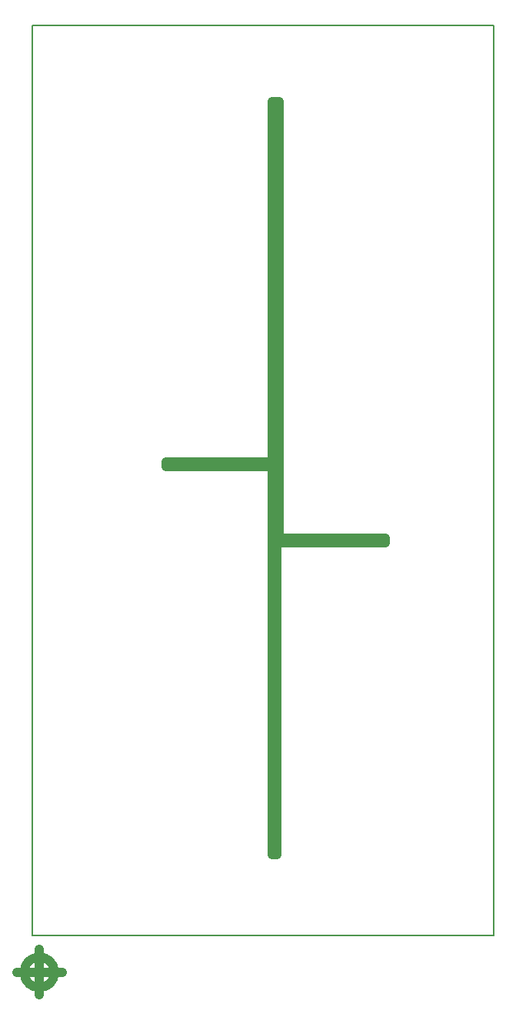
<source format=gbr>
%TF.GenerationSoftware,KiCad,Pcbnew,(5.0.0)*%
%TF.CreationDate,2018-12-16T12:55:05+01:00*%
%TF.ProjectId,Kicad_Oscillator_Drone,4B696361645F4F7363696C6C61746F72,rev?*%
%TF.SameCoordinates,Original*%
%TF.FileFunction,Paste,Bot*%
%TF.FilePolarity,Positive*%
%FSLAX46Y46*%
G04 Gerber Fmt 4.6, Leading zero omitted, Abs format (unit mm)*
G04 Created by KiCad (PCBNEW (5.0.0)) date 12/16/18 12:55:05*
%MOMM*%
%LPD*%
G01*
G04 APERTURE LIST*
%ADD10C,1.000000*%
%ADD11C,0.150000*%
G04 APERTURE END LIST*
D10*
X134112000Y-71374000D02*
X134112000Y-70866000D01*
X158242000Y-79756000D02*
X158242000Y-79248000D01*
X146304000Y-79756000D02*
X158242000Y-79756000D01*
X146304000Y-80010000D02*
X146304000Y-79756000D01*
X146304000Y-114046000D02*
X146304000Y-80010000D01*
X145796000Y-114046000D02*
X146304000Y-114046000D01*
X145796000Y-71374000D02*
X145796000Y-114046000D01*
X134112000Y-71374000D02*
X145796000Y-71374000D01*
X145796000Y-70866000D02*
X134112000Y-70866000D01*
X145796000Y-31242000D02*
X145796000Y-70866000D01*
X146558000Y-31242000D02*
X145796000Y-31242000D01*
X146558000Y-79248000D02*
X146558000Y-31242000D01*
X158242000Y-79248000D02*
X146558000Y-79248000D01*
X121816049Y-127025076D02*
G75*
G03X121816049Y-127025076I-1666666J0D01*
G01*
X117649383Y-127025076D02*
X122649383Y-127025076D01*
X120149383Y-124525076D02*
X120149383Y-129525076D01*
D11*
X170180000Y-122936000D02*
X170180000Y-22860000D01*
X119380000Y-122936000D02*
X170180000Y-122936000D01*
X119380000Y-22860000D02*
X119380000Y-122936000D01*
X170180000Y-22860000D02*
X119380000Y-22860000D01*
M02*

</source>
